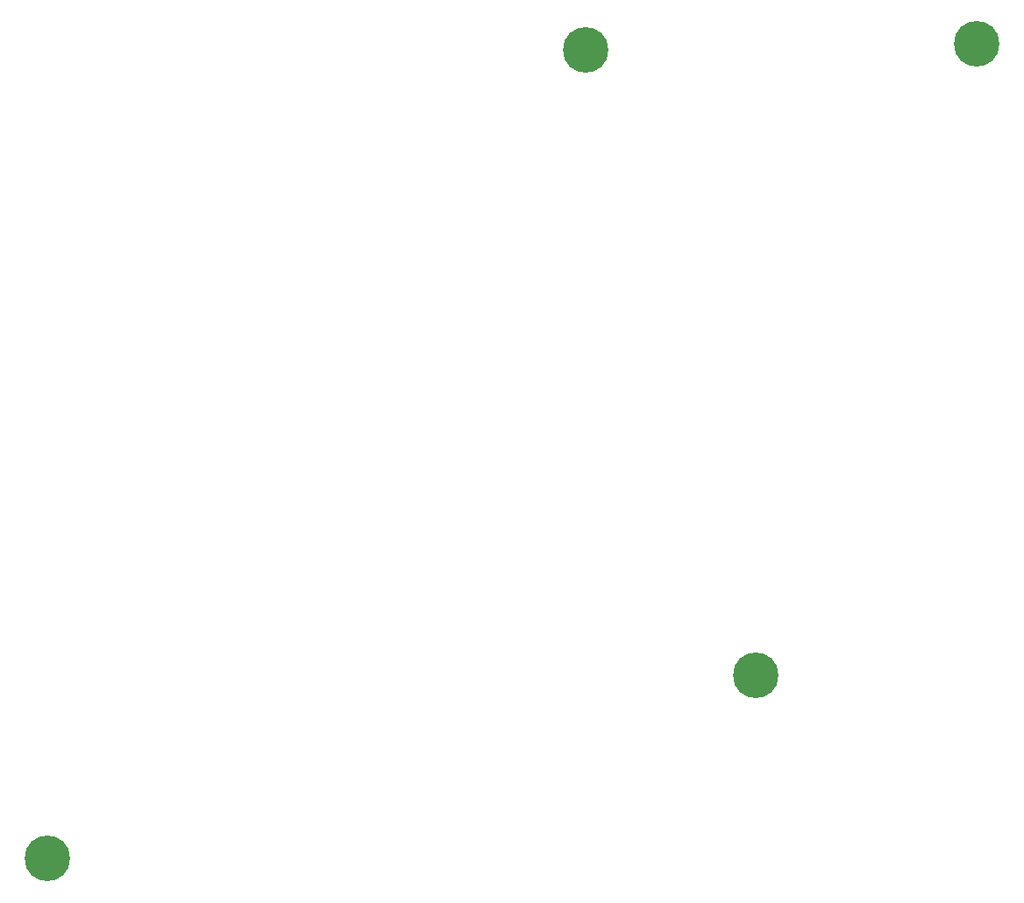
<source format=gbr>
%TF.GenerationSoftware,KiCad,Pcbnew,9.0.2-9.0.2-0~ubuntu24.04.1*%
%TF.CreationDate,2025-07-03T20:23:05-04:00*%
%TF.ProjectId,top,746f702e-6b69-4636-9164-5f7063625858,rev?*%
%TF.SameCoordinates,Original*%
%TF.FileFunction,Soldermask,Bot*%
%TF.FilePolarity,Negative*%
%FSLAX46Y46*%
G04 Gerber Fmt 4.6, Leading zero omitted, Abs format (unit mm)*
G04 Created by KiCad (PCBNEW 9.0.2-9.0.2-0~ubuntu24.04.1) date 2025-07-03 20:23:05*
%MOMM*%
%LPD*%
G01*
G04 APERTURE LIST*
%ADD10C,0.700000*%
%ADD11C,4.400000*%
G04 APERTURE END LIST*
D10*
%TO.C,  *%
X137310000Y-63310000D03*
X137793274Y-62143274D03*
X137793274Y-64476726D03*
X138960000Y-61660000D03*
D11*
X138960000Y-63310000D03*
D10*
X138960000Y-64960000D03*
X140126726Y-62143274D03*
X140126726Y-64476726D03*
X140610000Y-63310000D03*
%TD*%
%TO.C,  *%
X175080000Y-62690000D03*
X175563274Y-61523274D03*
X175563274Y-63856726D03*
X176730000Y-61040000D03*
D11*
X176730000Y-62690000D03*
D10*
X176730000Y-64340000D03*
X177896726Y-61523274D03*
X177896726Y-63856726D03*
X178380000Y-62690000D03*
%TD*%
%TO.C,  *%
X85310000Y-141460000D03*
X85793274Y-140293274D03*
X85793274Y-142626726D03*
X86960000Y-139810000D03*
D11*
X86960000Y-141460000D03*
D10*
X86960000Y-143110000D03*
X88126726Y-140293274D03*
X88126726Y-142626726D03*
X88610000Y-141460000D03*
%TD*%
%TO.C,  *%
X153760000Y-123740000D03*
X154243274Y-122573274D03*
X154243274Y-124906726D03*
X155410000Y-122090000D03*
D11*
X155410000Y-123740000D03*
D10*
X155410000Y-125390000D03*
X156576726Y-122573274D03*
X156576726Y-124906726D03*
X157060000Y-123740000D03*
%TD*%
M02*

</source>
